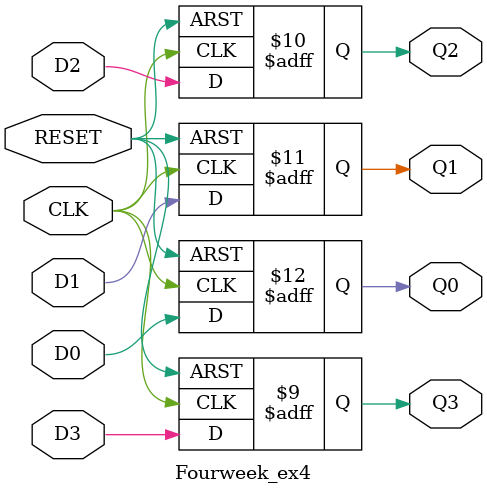
<source format=v>


module Fourweek_ex4(
	D0,
	D1,
	D2,
	D3,
	CLK,
	RESET,
	Q0,
	Q1,
	Q2,
	Q3
);


input wire	D0;
input wire	D1;
input wire	D2;
input wire	D3;
input wire	CLK;
input wire	RESET;
output reg	Q0;
output reg	Q1;
output reg	Q2;
output reg	Q3;






always@(posedge CLK or negedge RESET)
begin
if (!RESET)
	begin
	Q0 <= 0;
	end
else
	begin
	Q0 <= D0;
	end
end


always@(posedge CLK or negedge RESET)
begin
if (!RESET)
	begin
	Q1 <= 0;
	end
else
	begin
	Q1 <= D1;
	end
end


always@(posedge CLK or negedge RESET)
begin
if (!RESET)
	begin
	Q2 <= 0;
	end
else
	begin
	Q2 <= D2;
	end
end


always@(posedge CLK or negedge RESET)
begin
if (!RESET)
	begin
	Q3 <= 0;
	end
else
	begin
	Q3 <= D3;
	end
end


endmodule

</source>
